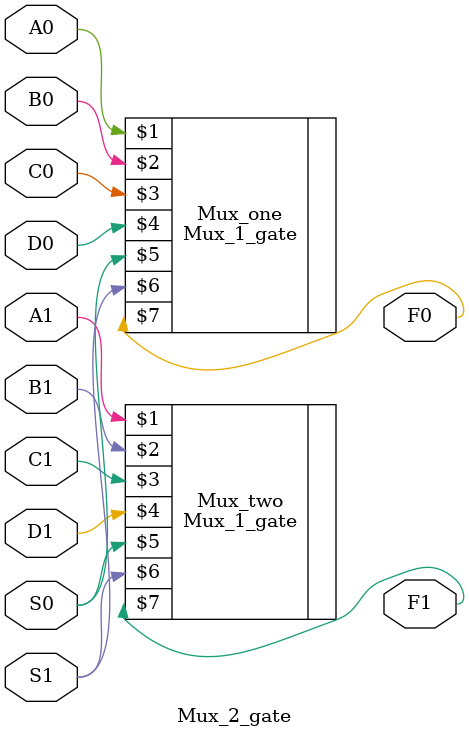
<source format=v>
`timescale 1 ns/1 ns

module Mux_2_gate(A0, A1, B0, B1, C0, C1, D0, D1, S0, S1, F0, F1);

	input A0, A1, B0, B1, C0, C1, D0, D1;
	input S0, S1;
	output F0, F1;
	wire F0, F1;

	Mux_1_gate Mux_one(A0, B0, C0, D0, S0, S1, F0);
	Mux_1_gate Mux_two(A1, B1, C1, D1, S0, S1, F1);

endmodule
</source>
